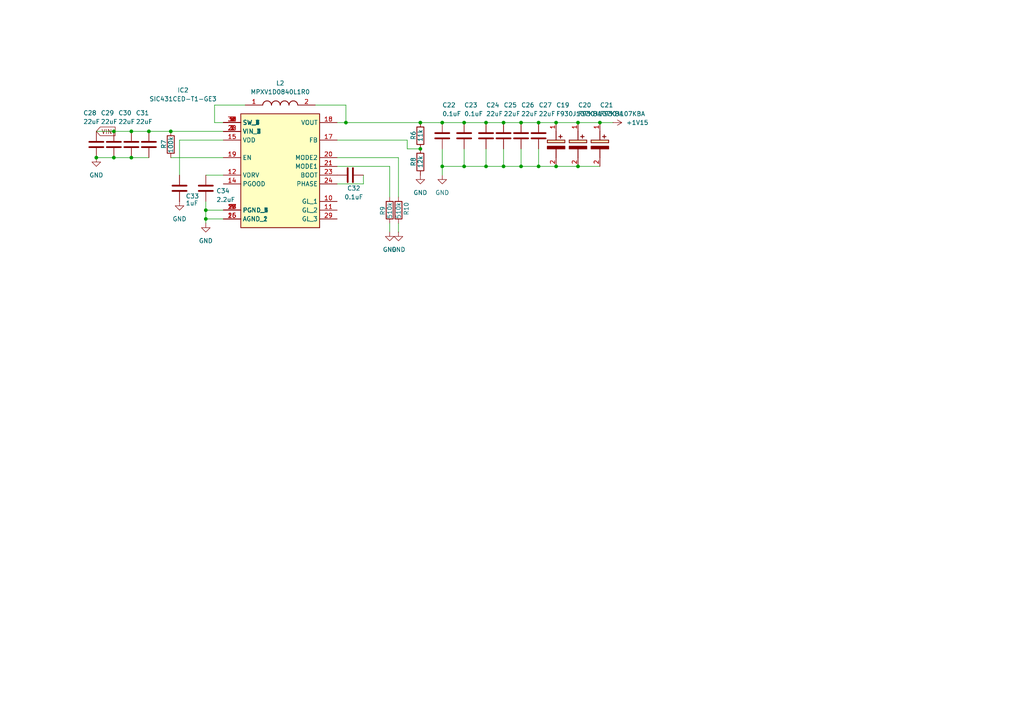
<source format=kicad_sch>
(kicad_sch (version 20250114) (generator "eeschema") (generator_version "9.0")
  (paper "A4")
  (lib_symbols
    (symbol "Device:C" (pin_numbers (hide yes)) (pin_names (offset 0.254))
      (property "Reference" "C" (at 0.635 2.54 0))
      (property "Value" "C" (at 0.635 -2.54 0))
      (symbol "C_0_1"
        (polyline (pts (xy -2.032 0.762) (xy 2.032 0.762)) (stroke (width 0.508)))
        (polyline (pts (xy -2.032 -0.762) (xy 2.032 -0.762)) (stroke (width 0.508)))
      )
      (symbol "C_1_1"
        (pin passive line (at 0 3.81 270) (length 2.794) (name "~") (number "1"))
        (pin passive line (at 0 -3.81 90) (length 2.794) (name "~") (number "2"))
      )
    )
    (symbol "Device:R" (pin_numbers (hide yes)) (pin_names (offset 0))
      (property "Reference" "R" (at 2.032 0 90))
      (property "Value" "R" (at 0 0 90))
      (symbol "R_0_1"
        (rectangle (start -1.016 -2.54) (end 1.016 2.54) (stroke (width 0.254)))
      )
      (symbol "R_1_1"
        (pin passive line (at 0 3.81 270) (length 1.27) (name "~") (number "1"))
        (pin passive line (at 0 -3.81 90) (length 1.27) (name "~") (number "2"))
      )
    )
    (symbol "SIC431CED-T1-GE3_1"
      (property "Reference" "IC" (at 6.604 7.62 0))
      (property "Value" "SIC431CED-T1-GE3" (at 6.604 5.08 0))
      (symbol "SIC431CED-T1-GE3_1_1_1"
        (rectangle (start 5.08 2.54) (end 27.94 -30.48) (stroke (width 0.254)) (fill (type background)))
        (pin passive line (at 0 0 0) (length 5.08) (name "SW_6") (number "30"))
        (pin passive line (at 0 0 0) (length 5.08) (name "SW_7") (number "31"))
        (pin passive line (at 0 0 0) (length 5.08) (name "SW_8") (number "32"))
        (pin passive line (at 0 0 0) (length 5.08) (name "SW_9") (number "33"))
        (pin passive line (at 0 0 0) (length 5.08) (name "SW_1") (number "5"))
        (pin passive line (at 0 0 0) (length 5.08) (name "SW_2") (number "6"))
        (pin passive line (at 0 0 0) (length 5.08) (name "SW_3") (number "7"))
        (pin passive line (at 0 0 0) (length 5.08) (name "SW_4") (number "8"))
        (pin passive line (at 0 0 0) (length 5.08) (name "SW_5") (number "9"))
        (pin passive line (at 0 -2.54 0) (length 5.08) (name "VIN_1") (number "1"))
        (pin passive line (at 0 -2.54 0) (length 5.08) (name "VIN_2") (number "2"))
        (pin passive line (at 0 -2.54 0) (length 5.08) (name "VIN_3") (number "22"))
        (pin passive line (at 0 -2.54 0) (length 5.08) (name "VIN_4") (number "26"))
        (pin passive line (at 0 -5.08 0) (length 5.08) (name "VDD") (number "15"))
        (pin passive line (at 0 -10.16 0) (length 5.08) (name "EN") (number "19"))
        (pin passive line (at 0 -15.24 0) (length 5.08) (name "VDRV") (number "12"))
        (pin passive line (at 0 -17.78 0) (length 5.08) (name "PGOOD") (number "14"))
        (pin passive line (at 0 -25.4 0) (length 5.08) (name "PGND_3") (number "13"))
        (pin passive line (at 0 -25.4 0) (length 5.08) (name "PGND_4") (number "27"))
        (pin passive line (at 0 -25.4 0) (length 5.08) (name "PGND_5") (number "28"))
        (pin passive line (at 0 -25.4 0) (length 5.08) (name "PGND_1") (number "3"))
        (pin passive line (at 0 -25.4 0) (length 5.08) (name "PGND_2") (number "4"))
        (pin passive line (at 0 -27.94 0) (length 5.08) (name "AGND_1") (number "16"))
        (pin passive line (at 0 -27.94 0) (length 5.08) (name "AGND_2") (number "25"))
        (pin passive line (at 33.02 0 180) (length 5.08) (name "VOUT") (number "18"))
        (pin passive line (at 33.02 -5.08 180) (length 5.08) (name "FB") (number "17"))
        (pin passive line (at 33.02 -10.16 180) (length 5.08) (name "MODE2") (number "20"))
        (pin passive line (at 33.02 -12.7 180) (length 5.08) (name "MODE1") (number "21"))
        (pin passive line (at 33.02 -15.24 180) (length 5.08) (name "BOOT") (number "23"))
        (pin passive line (at 33.02 -17.78 180) (length 5.08) (name "PHASE") (number "24"))
        (pin passive line (at 33.02 -22.86 180) (length 5.08) (name "GL_1") (number "10"))
        (pin passive line (at 33.02 -25.4 180) (length 5.08) (name "GL_2") (number "11"))
        (pin passive line (at 33.02 -27.94 180) (length 5.08) (name "GL_3") (number "29"))
      )
    )
    (symbol "power:+1V0" (power) (pin_numbers (hide yes)) (pin_names (offset 0) (hide yes))
      (property "Value" "+1V0" (at 0 3.556 0))
      (symbol "+1V0_0_1"
        (polyline (pts (xy -0.762 1.27) (xy 0 2.54)))
        (polyline (pts (xy 0 2.54) (xy 0.762 1.27)))
        (polyline (pts (xy 0 0) (xy 0 2.54)))
      )
      (symbol "+1V0_1_1"
        (pin power_in line (at 0 0 90) (length 0) (name "~") (number "1"))
      )
    )
    (symbol "power:GND" (power) (pin_numbers (hide yes)) (pin_names (offset 0) (hide yes))
      (property "Value" "GND" (at 0 -3.81 0))
      (symbol "GND_0_1"
        (polyline (pts (xy 0 0) (xy 0 -1.27) (xy 1.27 -1.27) (xy 0 -2.54) (xy -1.27 -1.27) (xy 0 -1.27)))
      )
      (symbol "GND_1_1"
        (pin power_in line (at 0 0 270) (length 0) (name "~") (number "1"))
      )
    )
    (symbol "wiiu-reg:F930J107KBA" (pin_names (hide yes))
      (property "Reference" "C" (at 8.89 6.35 0))
      (property "Value" "F930J107KBA" (at 8.89 3.81 0))
      (symbol "F930J107KBA_1_1"
        (polyline (pts (xy 2.54 0) (xy 5.08 0)) (stroke (width 0.254)))
        (polyline (pts (xy 4.064 1.778) (xy 4.064 0.762)) (stroke (width 0.254)))
        (polyline (pts (xy 4.572 1.27) (xy 3.556 1.27)) (stroke (width 0.254)))
        (rectangle (start 5.08 2.54) (end 5.842 -2.54) (stroke (width 0.254)) (fill (type background)))
        (polyline (pts (xy 7.62 2.54) (xy 7.62 -2.54) (xy 6.858 -2.54) (xy 6.858 2.54) (xy 7.62 2.54)) (stroke (width 0.254)) (fill (type outline)))
        (polyline (pts (xy 7.62 0) (xy 10.16 0)) (stroke (width 0.254)))
        (pin passive line (at 0 0 0) (length 2.54) (name "+") (number "1"))
        (pin passive line (at 12.7 0 180) (length 2.54) (name "-") (number "2"))
      )
    )
    (symbol "wiiu-reg:MPXV1D0840L1R0" (pin_names (hide yes))
      (property "Reference" "L" (at 2.54 7.112 0))
      (property "Value" "MPXV1D0840L1R0" (at 2.54 4.572 0))
      (symbol "MPXV1D0840L1R0_1_1"
        (arc (start 5.08 0) (mid 6.35 1.219) (end 7.62 0) (stroke (width 0.254)))
        (arc (start 7.62 0) (mid 8.89 1.219) (end 10.16 0) (stroke (width 0.254)))
        (arc (start 10.16 0) (mid 11.43 1.219) (end 12.7 0) (stroke (width 0.254)))
        (arc (start 12.7 0) (mid 13.97 1.219) (end 15.24 0) (stroke (width 0.254)))
        (pin passive line (at 0 0 0) (length 5.08) (name "1") (number "1"))
        (pin passive line (at 20.32 0 180) (length 5.08) (name "2") (number "2"))
      )
    )
  )
  (junction (at 43.18 38.1))
  (junction (at 173.99 35.56))
  (junction (at 121.92 35.56))
  (junction (at 134.62 35.56))
  (junction (at 128.27 35.56))
  (junction (at 33.02 38.1))
  (junction (at 59.69 63.5))
  (junction (at 134.62 48.26))
  (junction (at 59.69 60.96))
  (junction (at 100.33 35.56))
  (junction (at 140.97 48.26))
  (junction (at 146.05 48.26))
  (junction (at 161.29 35.56))
  (junction (at 121.92 43.18))
  (junction (at 49.53 38.1))
  (junction (at 167.64 35.56))
  (junction (at 167.64 48.26))
  (junction (at 146.05 35.56))
  (junction (at 38.1 38.1))
  (junction (at 156.21 35.56))
  (junction (at 128.27 48.26))
  (junction (at 151.13 35.56))
  (junction (at 156.21 48.26))
  (junction (at 161.29 48.26))
  (junction (at 33.02 45.72))
  (junction (at 27.94 45.72))
  (junction (at 38.1 45.72))
  (junction (at 140.97 35.56))
  (junction (at 151.13 48.26))
  (wire (pts (xy 38.1 45.72) (xy 43.18 45.72)))
  (wire (pts (xy 59.69 63.5) (xy 59.69 60.96)))
  (wire (pts (xy 38.1 38.1) (xy 43.18 38.1)))
  (wire (pts (xy 146.05 35.56) (xy 151.13 35.56)))
  (wire (pts (xy 27.94 45.72) (xy 33.02 45.72)))
  (wire (pts (xy 33.02 45.72) (xy 38.1 45.72)))
  (wire (pts (xy 59.69 63.5) (xy 59.69 64.77)))
  (wire (pts (xy 128.27 43.18) (xy 128.27 48.26)))
  (wire (pts (xy 156.21 48.26) (xy 161.29 48.26)))
  (wire (pts (xy 113.03 48.26) (xy 113.03 57.15)))
  (wire (pts (xy 27.94 38.1) (xy 33.02 38.1)))
  (wire (pts (xy 121.92 35.56) (xy 128.27 35.56)))
  (wire (pts (xy 151.13 43.18) (xy 151.13 48.26)))
  (wire (pts (xy 128.27 35.56) (xy 134.62 35.56)))
  (wire (pts (xy 156.21 43.18) (xy 156.21 48.26)))
  (wire (pts (xy 151.13 35.56) (xy 156.21 35.56)))
  (wire (pts (xy 52.07 40.64) (xy 52.07 50.8)))
  (wire (pts (xy 91.44 30.48) (xy 100.33 30.48)))
  (wire (pts (xy 134.62 35.56) (xy 140.97 35.56)))
  (wire (pts (xy 100.33 35.56) (xy 121.92 35.56)))
  (wire (pts (xy 140.97 43.18) (xy 140.97 48.26)))
  (wire (pts (xy 59.69 58.42) (xy 59.69 60.96)))
  (wire (pts (xy 59.69 50.8) (xy 64.77 50.8)))
  (wire (pts (xy 134.62 43.18) (xy 134.62 48.26)))
  (wire (pts (xy 167.64 48.26) (xy 173.99 48.26)))
  (wire (pts (xy 97.79 53.34) (xy 105.41 53.34)))
  (wire (pts (xy 151.13 48.26) (xy 156.21 48.26)))
  (wire (pts (xy 140.97 35.56) (xy 146.05 35.56)))
  (wire (pts (xy 134.62 48.26) (xy 140.97 48.26)))
  (wire (pts (xy 115.57 64.77) (xy 115.57 67.31)))
  (wire (pts (xy 43.18 38.1) (xy 49.53 38.1)))
  (wire (pts (xy 59.69 60.96) (xy 64.77 60.96)))
  (wire (pts (xy 97.79 48.26) (xy 113.03 48.26)))
  (wire (pts (xy 140.97 48.26) (xy 146.05 48.26)))
  (wire (pts (xy 161.29 48.26) (xy 167.64 48.26)))
  (wire (pts (xy 49.53 45.72) (xy 64.77 45.72)))
  (wire (pts (xy 128.27 50.8) (xy 128.27 48.26)))
  (wire (pts (xy 33.02 38.1) (xy 38.1 38.1)))
  (wire (pts (xy 118.11 43.18) (xy 121.92 43.18)))
  (wire (pts (xy 62.23 30.48) (xy 71.12 30.48)))
  (wire (pts (xy 146.05 43.18) (xy 146.05 48.26)))
  (wire (pts (xy 113.03 64.77) (xy 113.03 67.31)))
  (wire (pts (xy 100.33 35.56) (xy 97.79 35.56)))
  (wire (pts (xy 62.23 35.56) (xy 62.23 30.48)))
  (wire (pts (xy 167.64 35.56) (xy 173.99 35.56)))
  (wire (pts (xy 49.53 38.1) (xy 64.77 38.1)))
  (wire (pts (xy 118.11 40.64) (xy 118.11 43.18)))
  (wire (pts (xy 97.79 45.72) (xy 115.57 45.72)))
  (wire (pts (xy 146.05 48.26) (xy 151.13 48.26)))
  (wire (pts (xy 64.77 63.5) (xy 59.69 63.5)))
  (wire (pts (xy 128.27 48.26) (xy 134.62 48.26)))
  (wire (pts (xy 100.33 30.48) (xy 100.33 35.56)))
  (wire (pts (xy 52.07 40.64) (xy 64.77 40.64)))
  (wire (pts (xy 105.41 53.34) (xy 105.41 50.8)))
  (wire (pts (xy 115.57 45.72) (xy 115.57 57.15)))
  (wire (pts (xy 62.23 35.56) (xy 64.77 35.56)))
  (wire (pts (xy 156.21 35.56) (xy 161.29 35.56)))
  (wire (pts (xy 173.99 35.56) (xy 177.8 35.56)))
  (wire (pts (xy 97.79 40.64) (xy 118.11 40.64)))
  (wire (pts (xy 167.64 35.56) (xy 161.29 35.56)))
  (global_label "VIN" (shape input) (at 27.94 38.1 0) (property "Intersheetrefs" "${INTERSHEET_REFS}" (effects (hide yes))))
  (symbol (lib_id "Device:C") (at 146.05 39.37 0) (unit 1)
    (property "Reference" "C25" (at 146.05 30.48 0) (effects (justify left)))
    (property "Value" "22uF" (at 146.05 33.02 0) (effects (justify left)))
    (property "Footprint" "Capacitor_SMD:C_0603_1608Metric" (effects (hide yes)))
    (property "Description" "Unpolarized capacitor" (effects (hide yes)))
  )
  (symbol (lib_id "Device:C") (at 101.6 50.8 90) (unit 1)
    (property "Reference" "C32" (at 102.616 54.61 90))
    (property "Value" "0.1uF" (at 102.616 57.15 90))
    (property "Footprint" "Capacitor_SMD:C_0402_1005Metric" (effects (hide yes)))
    (property "Description" "Unpolarized capacitor" (effects (hide yes)))
  )
  (symbol (lib_id "power:GND") (at 59.69 64.77 0) (unit 1)
    (property "Reference" "#PWR014" (effects (hide yes)))
    (property "Value" "GND" (at 59.69 69.85 0))
    (property "Description" "Power symbol creates a global label with name \"GND\" , ground" (effects (hide yes)))
  )
  (symbol (lib_name "SIC431CED-T1-GE3_1") (lib_id "wiiu-reg:SIC431CED-T1-GE3") (at 64.77 35.56 0) (unit 1)
    (property "Reference" "IC2" (at 53.086 26.162 0))
    (property "Value" "SIC431CED-T1-GE3" (at 53.086 28.702 0))
    (property "Footprint" "SIC431CEDT1GE3" (effects (hide yes)))
    (property "Datasheet" "https://www.vishay.com/docs/74589/sic431.pdf" (effects (hide yes)))
    (property "Description" "Switching Voltage Regulators microBUCK 4.5-55V; 20A" (effects (hide yes)))
    (property "Height" "0.8" (effects (hide yes)))
    (property "Mouser Part Number" "78-SIC431CED-T1-GE3" (effects (hide yes)))
    (property "Mouser Price/Stock" "https://www.mouser.co.uk/ProductDetail/Vishay-Siliconix/SIC431CED-T1-GE3?qs=w%2Fv1CP2dgqqOLTwelPFnAg%3D%3D" (effects (hide yes)))
    (property "Manufacturer_Name" "Vishay" (effects (hide yes)))
    (property "Manufacturer_Part_Number" "SIC431CED-T1-GE3" (effects (hide yes)))
  )
  (symbol (lib_id "wiiu-reg:F930J107KBA") (at 161.29 35.56 270) (unit 1)
    (property "Reference" "C19" (at 161.29 30.48 90) (effects (justify left)))
    (property "Value" "F930J107KBA" (at 161.29 33.02 90) (effects (justify left)))
    (property "Footprint" "wiiu-reg:F930J107KBA" (effects (hide yes)))
    (property "Datasheet" "http://datasheets.avx.com/F93.pdf" (effects (hide yes)))
    (property "Description" "AVX 100uF 6.3 V Tantalum Capacitor Electrolytic Solid F93 Series" (effects (hide yes)))
    (property "Height" "2.1" (effects (hide yes)))
    (property "Mouser Part Number" "647-F930J107KBA" (effects (hide yes)))
    (property "Mouser Price/Stock" "https://www.mouser.co.uk/ProductDetail/AVX/F930J107KBA/?qs=a5AWWN0nKwZJCzViS%2FKXGw%3D%3D" (effects (hide yes)))
    (property "Manufacturer_Name" "Kyocera AVX" (effects (hide yes)))
    (property "Manufacturer_Part_Number" "F930J107KBA" (effects (hide yes)))
  )
  (symbol (lib_id "Device:C") (at 52.07 54.61 0) (unit 1)
    (property "Reference" "C33" (at 53.848 56.896 0) (effects (justify left)))
    (property "Value" "1uF" (at 53.848 58.928 0) (effects (justify left)))
    (property "Footprint" "Capacitor_SMD:C_0402_1005Metric" (effects (hide yes)))
    (property "Description" "Unpolarized capacitor" (effects (hide yes)))
  )
  (symbol (lib_id "Device:C") (at 128.27 39.37 0) (unit 1)
    (property "Reference" "C22" (at 128.27 30.48 0) (effects (justify left)))
    (property "Value" "0.1uF" (at 128.27 33.02 0) (effects (justify left)))
    (property "Footprint" "Capacitor_SMD:C_0402_1005Metric" (effects (hide yes)))
    (property "Description" "Unpolarized capacitor" (effects (hide yes)))
  )
  (symbol (lib_id "Device:R") (at 113.03 60.96 0) (unit 1)
    (property "Reference" "R9" (at 110.998 62.484 90) (effects (justify left)))
    (property "Value" "510k" (at 113.03 63.5 90) (effects (justify left)))
    (property "Footprint" "Resistor_SMD:R_0402_1005Metric" (effects (hide yes)))
    (property "Description" "Resistor" (effects (hide yes)))
  )
  (symbol (lib_id "Device:C") (at 59.69 54.61 0) (unit 1)
    (property "Reference" "C34" (at 62.738 55.372 0) (effects (justify left)))
    (property "Value" "2.2uF" (at 62.738 57.912 0) (effects (justify left)))
    (property "Footprint" "Capacitor_SMD:C_0402_1005Metric" (effects (hide yes)))
    (property "Description" "Unpolarized capacitor" (effects (hide yes)))
  )
  (symbol (lib_id "Device:R") (at 115.57 60.96 0) (unit 1)
    (property "Reference" "R10" (at 117.856 62.484 90) (effects (justify left)))
    (property "Value" "510k" (at 115.57 63.5 90) (effects (justify left)))
    (property "Footprint" "Resistor_SMD:R_0402_1005Metric" (effects (hide yes)))
    (property "Description" "Resistor" (effects (hide yes)))
  )
  (symbol (lib_id "power:GND") (at 128.27 50.8 0) (unit 1)
    (property "Reference" "#PWR012" (effects (hide yes)))
    (property "Value" "GND" (at 128.27 55.88 0))
    (property "Description" "Power symbol creates a global label with name \"GND\" , ground" (effects (hide yes)))
  )
  (symbol (lib_id "Device:C") (at 134.62 39.37 0) (unit 1)
    (property "Reference" "C23" (at 134.62 30.48 0) (effects (justify left)))
    (property "Value" "0.1uF" (at 134.62 33.02 0) (effects (justify left)))
    (property "Footprint" "Capacitor_SMD:C_0402_1005Metric" (effects (hide yes)))
    (property "Description" "Unpolarized capacitor" (effects (hide yes)))
  )
  (symbol (lib_id "wiiu-reg:MPXV1D0840L1R0") (at 71.12 30.48 0) (unit 1)
    (property "Reference" "L2" (at 81.28 24.13 0))
    (property "Value" "MPXV1D0840L1R0" (at 81.28 26.67 0))
    (property "Footprint" "wiiu-reg:MPXV1D0840L1R0" (effects (hide yes)))
    (property "Datasheet" "https://content.kemet.com/datasheets/KEM_L9013_MPXV.pdf" (effects (hide yes)))
    (property "Description" "KEMET, MPXV, Power, 1 uH, 20%, 155C, -55C, 0840(3431), 20.8 A, 4.2 mOhms, 40 MHz, 1000, 8.65mm, 8.9mm, 8mm, 8.2mm, 4mm, 4mm" (effects (hide yes)))
    (property "Height" "4" (effects (hide yes)))
    (property "Manufacturer_Name" "KEMET" (effects (hide yes)))
    (property "Manufacturer_Part_Number" "MPXV1D0840L1R0" (effects (hide yes)))
  )
  (symbol (lib_id "Device:C") (at 27.94 41.91 0) (unit 1)
    (property "Reference" "C28" (at 24.13 32.766 0) (effects (justify left)))
    (property "Value" "22uF" (at 24.13 35.306 0) (effects (justify left)))
    (property "Footprint" "Capacitor_SMD:C_0603_1608Metric" (effects (hide yes)))
    (property "Description" "Unpolarized capacitor" (effects (hide yes)))
  )
  (symbol (lib_id "Device:C") (at 43.18 41.91 0) (unit 1)
    (property "Reference" "C31" (at 39.37 32.766 0) (effects (justify left)))
    (property "Value" "22uF" (at 39.37 35.306 0) (effects (justify left)))
    (property "Footprint" "Capacitor_SMD:C_0603_1608Metric" (effects (hide yes)))
    (property "Description" "Unpolarized capacitor" (effects (hide yes)))
  )
  (symbol (lib_id "power:GND") (at 27.94 45.72 0) (unit 1)
    (property "Reference" "#PWR010" (effects (hide yes)))
    (property "Value" "GND" (at 27.94 50.8 0))
    (property "Description" "Power symbol creates a global label with name \"GND\" , ground" (effects (hide yes)))
  )
  (symbol (lib_id "Device:R") (at 49.53 41.91 0) (unit 1)
    (property "Reference" "R7" (at 47.498 43.18 90) (effects (justify left)))
    (property "Value" "100k" (at 49.53 44.45 90) (effects (justify left)))
    (property "Footprint" "Resistor_SMD:R_0402_1005Metric" (effects (hide yes)))
    (property "Description" "Resistor" (effects (hide yes)))
  )
  (symbol (lib_id "Device:R") (at 121.92 46.99 0) (unit 1)
    (property "Reference" "R8" (at 119.888 48.26 90) (effects (justify left)))
    (property "Value" "12k" (at 121.92 48.768 90) (effects (justify left)))
    (property "Footprint" "Resistor_SMD:R_0402_1005Metric" (effects (hide yes)))
    (property "Description" "Resistor" (effects (hide yes)))
  )
  (symbol (lib_id "power:+1V0") (at 177.8 35.56 270) (unit 1)
    (property "Reference" "#PWR09" (effects (hide yes)))
    (property "Value" "+1V15" (at 181.61 35.5599 90) (effects (justify left)))
    (property "Description" "Power symbol creates a global label with name \"+1V0\"" (effects (hide yes)))
  )
  (symbol (lib_id "Device:C") (at 38.1 41.91 0) (unit 1)
    (property "Reference" "C30" (at 34.29 32.766 0) (effects (justify left)))
    (property "Value" "22uF" (at 34.29 35.306 0) (effects (justify left)))
    (property "Footprint" "Capacitor_SMD:C_0603_1608Metric" (effects (hide yes)))
    (property "Description" "Unpolarized capacitor" (effects (hide yes)))
  )
  (symbol (lib_id "Device:C") (at 33.02 41.91 0) (unit 1)
    (property "Reference" "C29" (at 29.21 32.766 0) (effects (justify left)))
    (property "Value" "22uF" (at 29.21 35.306 0) (effects (justify left)))
    (property "Footprint" "Capacitor_SMD:C_0603_1608Metric" (effects (hide yes)))
    (property "Description" "Unpolarized capacitor" (effects (hide yes)))
  )
  (symbol (lib_id "Device:C") (at 151.13 39.37 0) (unit 1)
    (property "Reference" "C26" (at 151.13 30.48 0) (effects (justify left)))
    (property "Value" "22uF" (at 151.13 33.02 0) (effects (justify left)))
    (property "Footprint" "Capacitor_SMD:C_0603_1608Metric" (effects (hide yes)))
    (property "Description" "Unpolarized capacitor" (effects (hide yes)))
  )
  (symbol (lib_id "wiiu-reg:F930J107KBA") (at 173.99 35.56 270) (unit 1)
    (property "Reference" "C21" (at 173.99 30.48 90) (effects (justify left)))
    (property "Value" "F930J107KBA" (at 173.99 33.02 90) (effects (justify left)))
    (property "Footprint" "wiiu-reg:F930J107KBA" (effects (hide yes)))
    (property "Datasheet" "http://datasheets.avx.com/F93.pdf" (effects (hide yes)))
    (property "Description" "AVX 100uF 6.3 V Tantalum Capacitor Electrolytic Solid F93 Series" (effects (hide yes)))
    (property "Height" "2.1" (effects (hide yes)))
    (property "Mouser Part Number" "647-F930J107KBA" (effects (hide yes)))
    (property "Mouser Price/Stock" "https://www.mouser.co.uk/ProductDetail/AVX/F930J107KBA/?qs=a5AWWN0nKwZJCzViS%2FKXGw%3D%3D" (effects (hide yes)))
    (property "Manufacturer_Name" "Kyocera AVX" (effects (hide yes)))
    (property "Manufacturer_Part_Number" "F930J107KBA" (effects (hide yes)))
  )
  (symbol (lib_id "Device:R") (at 121.92 39.37 0) (unit 1)
    (property "Reference" "R6" (at 119.888 40.64 90) (effects (justify left)))
    (property "Value" "11k" (at 121.92 41.148 90) (effects (justify left)))
    (property "Footprint" "Resistor_SMD:R_0402_1005Metric" (effects (hide yes)))
    (property "Description" "Resistor" (effects (hide yes)))
  )
  (symbol (lib_id "power:GND") (at 121.92 50.8 0) (unit 1)
    (property "Reference" "#PWR011" (effects (hide yes)))
    (property "Value" "GND" (at 121.92 55.88 0))
    (property "Description" "Power symbol creates a global label with name \"GND\" , ground" (effects (hide yes)))
  )
  (symbol (lib_id "power:GND") (at 52.07 58.42 0) (unit 1)
    (property "Reference" "#PWR013" (effects (hide yes)))
    (property "Value" "GND" (at 52.07 63.5 0))
    (property "Description" "Power symbol creates a global label with name \"GND\" , ground" (effects (hide yes)))
  )
  (symbol (lib_id "Device:C") (at 140.97 39.37 0) (unit 1)
    (property "Reference" "C24" (at 140.97 30.48 0) (effects (justify left)))
    (property "Value" "22uF" (at 140.97 33.02 0) (effects (justify left)))
    (property "Footprint" "Capacitor_SMD:C_0603_1608Metric" (effects (hide yes)))
    (property "Description" "Unpolarized capacitor" (effects (hide yes)))
  )
  (symbol (lib_id "Device:C") (at 156.21 39.37 0) (unit 1)
    (property "Reference" "C27" (at 156.21 30.48 0) (effects (justify left)))
    (property "Value" "22uF" (at 156.21 33.02 0) (effects (justify left)))
    (property "Footprint" "Capacitor_SMD:C_0603_1608Metric" (effects (hide yes)))
    (property "Description" "Unpolarized capacitor" (effects (hide yes)))
  )
  (symbol (lib_id "wiiu-reg:F930J107KBA") (at 167.64 35.56 270) (unit 1)
    (property "Reference" "C20" (at 167.64 30.48 90) (effects (justify left)))
    (property "Value" "F930J107KBA" (at 167.64 33.02 90) (effects (justify left)))
    (property "Footprint" "wiiu-reg:F930J107KBA" (effects (hide yes)))
    (property "Datasheet" "http://datasheets.avx.com/F93.pdf" (effects (hide yes)))
    (property "Description" "AVX 100uF 6.3 V Tantalum Capacitor Electrolytic Solid F93 Series" (effects (hide yes)))
    (property "Height" "2.1" (effects (hide yes)))
    (property "Mouser Part Number" "647-F930J107KBA" (effects (hide yes)))
    (property "Mouser Price/Stock" "https://www.mouser.co.uk/ProductDetail/AVX/F930J107KBA/?qs=a5AWWN0nKwZJCzViS%2FKXGw%3D%3D" (effects (hide yes)))
    (property "Manufacturer_Name" "Kyocera AVX" (effects (hide yes)))
    (property "Manufacturer_Part_Number" "F930J107KBA" (effects (hide yes)))
  )
  (symbol (lib_id "power:GND") (at 113.03 67.31 0) (unit 1)
    (property "Reference" "#PWR015" (effects (hide yes)))
    (property "Value" "GND" (at 113.03 72.39 0))
    (property "Description" "Power symbol creates a global label with name \"GND\" , ground" (effects (hide yes)))
  )
  (symbol (lib_id "power:GND") (at 115.57 67.31 0) (unit 1)
    (property "Reference" "#PWR016" (effects (hide yes)))
    (property "Value" "GND" (at 115.57 72.39 0))
    (property "Description" "Power symbol creates a global label with name \"GND\" , ground" (effects (hide yes)))
  )
)
</source>
